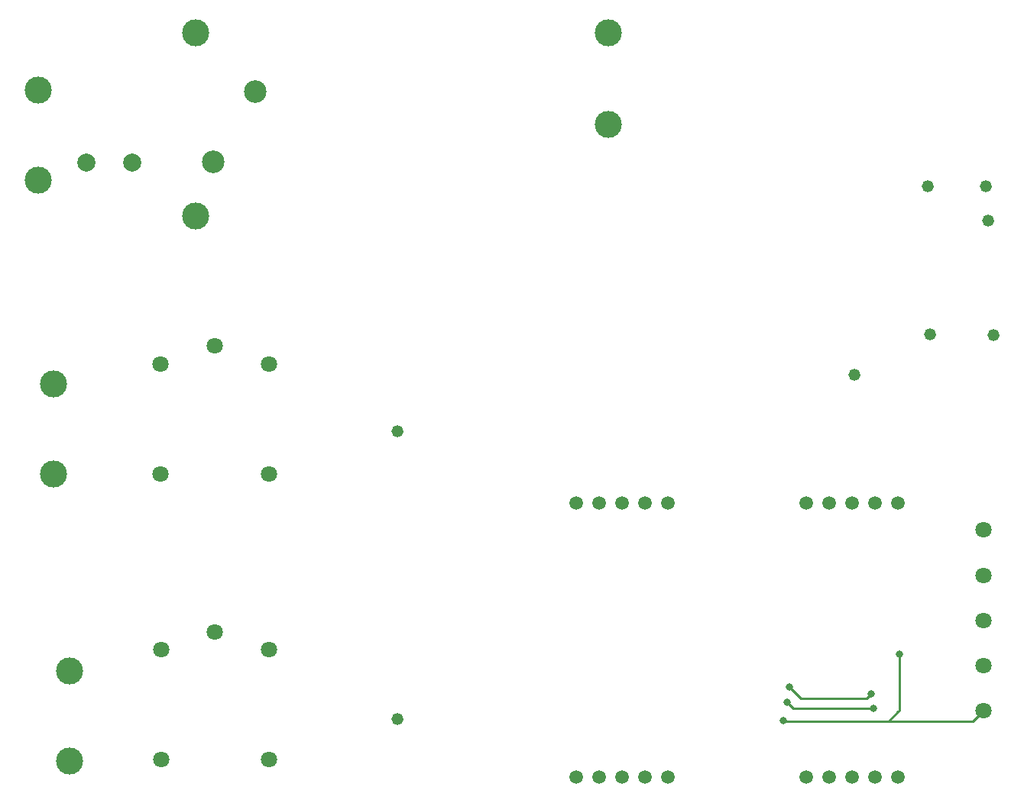
<source format=gbr>
%TF.GenerationSoftware,KiCad,Pcbnew,8.0.1-8.0.1-1~ubuntu22.04.1*%
%TF.CreationDate,2024-04-18T14:36:56-07:00*%
%TF.ProjectId,all_components,616c6c5f-636f-46d7-906f-6e656e74732e,rev?*%
%TF.SameCoordinates,Original*%
%TF.FileFunction,Copper,L4,Bot*%
%TF.FilePolarity,Positive*%
%FSLAX46Y46*%
G04 Gerber Fmt 4.6, Leading zero omitted, Abs format (unit mm)*
G04 Created by KiCad (PCBNEW 8.0.1-8.0.1-1~ubuntu22.04.1) date 2024-04-18 14:36:56*
%MOMM*%
%LPD*%
G01*
G04 APERTURE LIST*
%TA.AperFunction,ComponentPad*%
%ADD10C,1.320800*%
%TD*%
%TA.AperFunction,ComponentPad*%
%ADD11C,3.000000*%
%TD*%
%TA.AperFunction,ComponentPad*%
%ADD12C,1.803400*%
%TD*%
%TA.AperFunction,ComponentPad*%
%ADD13C,2.500000*%
%TD*%
%TA.AperFunction,ComponentPad*%
%ADD14C,2.000000*%
%TD*%
%TA.AperFunction,ComponentPad*%
%ADD15C,1.498600*%
%TD*%
%TA.AperFunction,ViaPad*%
%ADD16C,0.800000*%
%TD*%
%TA.AperFunction,Conductor*%
%ADD17C,0.250000*%
%TD*%
G04 APERTURE END LIST*
D10*
%TO.P,SDA1,1,Pin_1*%
%TO.N,/SDA*%
X121030000Y-56180000D03*
%TD*%
%TO.P,SCL1,1,Pin_1*%
%TO.N,/SCL*%
X114000000Y-56080000D03*
%TD*%
%TO.P,S1,1,Pin_1*%
%TO.N,/S1*%
X105640000Y-60570000D03*
%TD*%
%TO.P,S3,1,Pin_1*%
%TO.N,/S3*%
X54935898Y-98719505D03*
%TD*%
%TO.P,S2,1,Pin_1*%
%TO.N,/S2*%
X54935898Y-66819505D03*
%TD*%
%TO.P,AVCC1,1,Pin_1*%
%TO.N,/AVCC*%
X120160000Y-39690000D03*
%TD*%
%TO.P,AGND1,1,Pin_1*%
%TO.N,/AGND*%
X113730000Y-39660000D03*
%TD*%
D11*
%TO.P,J7,1*%
%TO.N,/N{slash}O_OUTLET*%
X18670000Y-103420000D03*
%TO.P,J7,2*%
%TO.N,/COM_OUTLET*%
X18670000Y-93420000D03*
%TD*%
%TO.P,J6,1*%
%TO.N,/N{slash}O_INLET*%
X16860000Y-71590000D03*
%TO.P,J6,2*%
%TO.N,/COM_INLET*%
X16860000Y-61590000D03*
%TD*%
%TO.P,J1,1*%
%TO.N,/LIVE*%
X15150000Y-39000000D03*
%TO.P,J1,2*%
%TO.N,/Neutral*%
X15150000Y-29000000D03*
%TD*%
%TO.P,u1,1,AC_N*%
%TO.N,/Neutral*%
X32640000Y-22640000D03*
%TO.P,u1,2,AC_L*%
%TO.N,Net-(u1-AC_L)*%
X32640000Y-42960000D03*
%TO.P,u1,3,-VO*%
%TO.N,/GND*%
X78360000Y-32800000D03*
%TO.P,u1,4,+VO*%
%TO.N,/VCC*%
X78360000Y-22640000D03*
%TD*%
D12*
%TO.P,J3,1*%
%TO.N,/N{slash}O_INLET*%
X28738399Y-71547205D03*
%TO.P,J3,2*%
%TO.N,unconnected-(J3-Pad2)*%
X40738395Y-71547205D03*
%TO.P,J3,3*%
%TO.N,/GND*%
X28738399Y-59347204D03*
%TO.P,J3,4*%
%TO.N,Net-(D1-Pad2)*%
X40738395Y-59347204D03*
%TO.P,J3,5*%
%TO.N,/COM_INLET*%
X34738395Y-57347204D03*
%TD*%
%TO.P,J5,1,Pin_1*%
%TO.N,/SRCLK*%
X119900000Y-97800000D03*
%TO.P,J5,2,Pin_2*%
%TO.N,/RCLK*%
X119900000Y-92800000D03*
%TO.P,J5,3,Pin_3*%
%TO.N,/SER*%
X119900000Y-87800000D03*
%TO.P,J5,4,Pin_4*%
%TO.N,/VCC*%
X119900000Y-82800000D03*
%TO.P,J5,5,Pin_5*%
%TO.N,/GND*%
X119900000Y-77800000D03*
%TD*%
D13*
%TO.P,MOV1,1,1*%
%TO.N,/Neutral*%
X39200001Y-29150000D03*
%TO.P,MOV1,2,2*%
%TO.N,Net-(u1-AC_L)*%
X34599999Y-36964000D03*
%TD*%
D10*
%TO.P,J2,1,Pin_1*%
%TO.N,/A0*%
X120440000Y-43480000D03*
%TD*%
D14*
%TO.P,F1,1,1*%
%TO.N,Net-(u1-AC_L)*%
X25605000Y-37000000D03*
%TO.P,F1,2,2*%
%TO.N,/LIVE*%
X20525000Y-37000000D03*
%TD*%
D12*
%TO.P,J4,1*%
%TO.N,/N{slash}O_OUTLET*%
X28778399Y-103275005D03*
%TO.P,J4,2*%
%TO.N,unconnected-(J4-Pad2)*%
X40778395Y-103275005D03*
%TO.P,J4,3*%
%TO.N,/GND*%
X28778399Y-91075004D03*
%TO.P,J4,4*%
%TO.N,Net-(D2-Pad2)*%
X40778395Y-91075004D03*
%TO.P,J4,5*%
%TO.N,/COM_OUTLET*%
X34778395Y-89075004D03*
%TD*%
D15*
%TO.P,ONES,1,1*%
%TO.N,Net-(ONES1-Pad1)*%
X84916000Y-105196000D03*
%TO.P,ONES,2,2*%
%TO.N,Net-(ONES1-Pad2)*%
X82376000Y-105196000D03*
%TO.P,ONES,3,3*%
%TO.N,/GND*%
X79836000Y-105196000D03*
%TO.P,ONES,4,4*%
%TO.N,Net-(ONES1-Pad4)*%
X77296000Y-105196000D03*
%TO.P,ONES,5,5*%
%TO.N,/GND*%
X74756000Y-105196000D03*
%TO.P,ONES,6,6*%
%TO.N,Net-(ONES1-Pad6)*%
X74756000Y-74796010D03*
%TO.P,ONES,7,7*%
%TO.N,Net-(ONES1-Pad7)*%
X77296000Y-74796010D03*
%TO.P,ONES,8,8*%
%TO.N,/GND*%
X79836000Y-74796010D03*
%TO.P,ONES,9,9*%
%TO.N,Net-(ONES1-Pad9)*%
X82376000Y-74796010D03*
%TO.P,ONES,10,10*%
%TO.N,Net-(ONES1-Pad10)*%
X84916000Y-74796010D03*
%TD*%
%TO.P,TENS,1,1*%
%TO.N,Net-(R11-Pad2)*%
X110444602Y-105200995D03*
%TO.P,TENS,2,2*%
%TO.N,Net-(R15-Pad2)*%
X107904602Y-105200995D03*
%TO.P,TENS,3,3*%
%TO.N,/GND*%
X105364602Y-105200995D03*
%TO.P,TENS,4,4*%
%TO.N,Net-(R19-Pad2)*%
X102824602Y-105200995D03*
%TO.P,TENS,5,5*%
%TO.N,/GND*%
X100284602Y-105200995D03*
%TO.P,TENS,6,6*%
%TO.N,Net-(R24-Pad1)*%
X100284602Y-74801005D03*
%TO.P,TENS,7,7*%
%TO.N,Net-(R20-Pad1)*%
X102824602Y-74801005D03*
%TO.P,TENS,8,8*%
%TO.N,/GND*%
X105364602Y-74801005D03*
%TO.P,TENS,9,9*%
%TO.N,Net-(R16-Pad1)*%
X107904602Y-74801005D03*
%TO.P,TENS,10,10*%
%TO.N,Net-(R12-Pad1)*%
X110444602Y-74801005D03*
%TD*%
D16*
%TO.N,/SRCLK*%
X110600000Y-91600000D03*
X97770000Y-98960000D03*
%TO.N,/RCLK*%
X107700000Y-97600000D03*
X98125000Y-96925000D03*
%TO.N,/QH*%
X98385000Y-95185000D03*
X107500000Y-96000000D03*
%TD*%
D17*
%TO.N,/QH*%
X98385000Y-95185000D02*
X99700995Y-96500995D01*
X99700995Y-96500995D02*
X106999005Y-96500995D01*
X106999005Y-96500995D02*
X107500000Y-96000000D01*
%TO.N,/RCLK*%
X98125000Y-96925000D02*
X98800000Y-97600000D01*
X98800000Y-97600000D02*
X107700000Y-97600000D01*
%TO.N,/SRCLK*%
X109400000Y-99000000D02*
X97810000Y-99000000D01*
X97810000Y-99000000D02*
X97770000Y-98960000D01*
X109400000Y-99000000D02*
X118700000Y-99000000D01*
X110600000Y-92200000D02*
X110600000Y-97800000D01*
X110450000Y-97950000D02*
X109400000Y-99000000D01*
X110600000Y-91600000D02*
X110600000Y-92200000D01*
X118700000Y-99000000D02*
X119900000Y-97800000D01*
X110450000Y-97950000D02*
X110600000Y-97800000D01*
%TD*%
M02*

</source>
